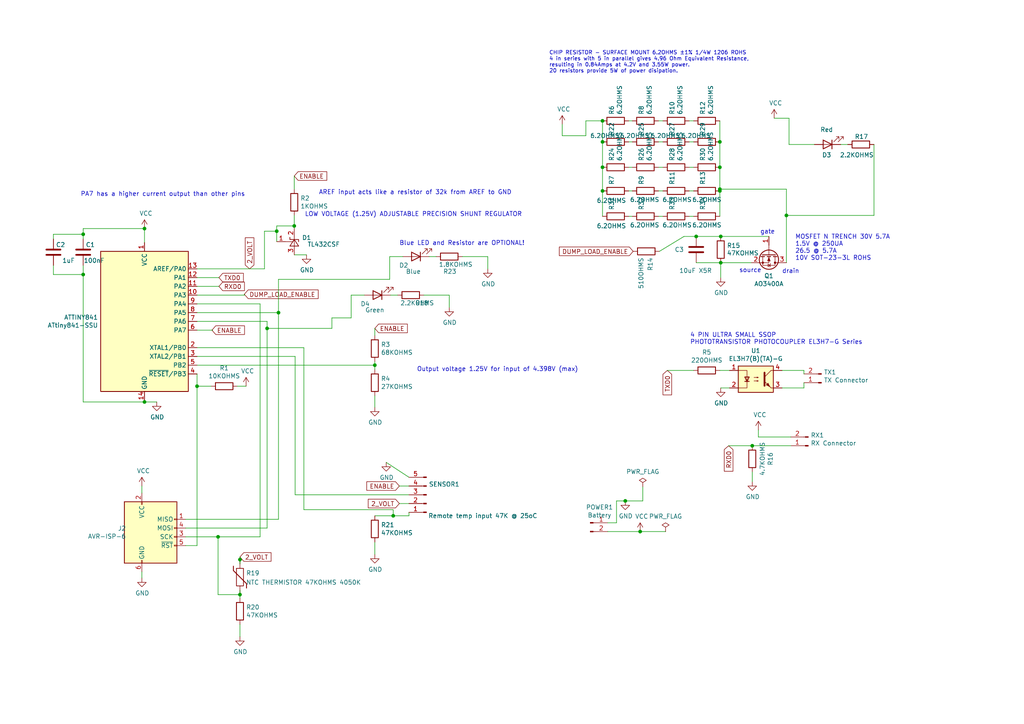
<source format=kicad_sch>
(kicad_sch (version 20211123) (generator eeschema)
  (paper "A4")
  (title_block (title "DIYBMS cell monitoring module") (date "2020-01-25") (rev "4.2") (company "Stuart Pittaway"))
  (lib_symbols
    (symbol "Connector:AVR-ISP-6" (pin_names (offset 1.016))
      (property "Reference" "J" (at -6.35 11.43 0))
      (property "Value" "AVR-ISP-6" (at 0 11.43 0))
      (symbol "AVR-ISP-6_0_1"
        (rectangle (start -2.667 -6.858) (end -2.413 -7.62))
        (rectangle (start -2.667 10.16) (end -2.413 9.398))
        (rectangle (start 7.62 -2.413) (end 6.858 -2.667))
        (rectangle (start 7.62 0.127) (end 6.858 -0.127))
        (rectangle (start 7.62 2.667) (end 6.858 2.413))
        (rectangle (start 7.62 5.207) (end 6.858 4.953))
        (rectangle (start 7.62 10.16) (end -7.62 -7.62) (stroke (width 0.254)) (fill (type background)))
      )
      (symbol "AVR-ISP-6_1_1"
        (pin passive line (at 10.16 5.08 180) (length 2.54) (name "MISO") (number "1"))
        (pin passive line (at -2.54 12.7 270) (length 2.54) (name "VCC") (number "2"))
        (pin passive line (at 10.16 0 180) (length 2.54) (name "SCK") (number "3"))
        (pin passive line (at 10.16 2.54 180) (length 2.54) (name "MOSI") (number "4"))
        (pin passive line (at 10.16 -2.54 180) (length 2.54) (name "~{RST}") (number "5"))
        (pin passive line (at -2.54 -10.16 90) (length 2.54) (name "GND") (number "6"))
      )
    )
    (symbol "Connector:Conn_01x02_Male" (pin_names (offset 1.016) hide)
      (property "Reference" "J" (at 0 2.54 0))
      (property "Value" "Conn_01x02_Male" (at 0 -5.08 0))
      (symbol "Conn_01x02_Male_1_1"
        (polyline (pts (xy 1.27 -2.54) (xy 0.8636 -2.54)) (stroke (width 0.1524)))
        (polyline (pts (xy 1.27 0) (xy 0.8636 0)) (stroke (width 0.1524)))
        (rectangle (start 0.8636 -2.413) (end 0 -2.667) (stroke (width 0.1524)) (fill (type outline)))
        (rectangle (start 0.8636 0.127) (end 0 -0.127) (stroke (width 0.1524)) (fill (type outline)))
        (pin passive line (at 5.08 0 180) (length 3.81) (name "Pin_1") (number "1"))
        (pin passive line (at 5.08 -2.54 180) (length 3.81) (name "Pin_2") (number "2"))
      )
    )
    (symbol "Connector:Conn_01x05_Male" (pin_names (offset 1.016) hide)
      (property "Reference" "J" (at 0 7.62 0))
      (property "Value" "Conn_01x05_Male" (at 0 -7.62 0))
      (symbol "Conn_01x05_Male_1_1"
        (polyline (pts (xy 1.27 -5.08) (xy 0.8636 -5.08)) (stroke (width 0.1524)))
        (polyline (pts (xy 1.27 -2.54) (xy 0.8636 -2.54)) (stroke (width 0.1524)))
        (polyline (pts (xy 1.27 0) (xy 0.8636 0)) (stroke (width 0.1524)))
        (polyline (pts (xy 1.27 2.54) (xy 0.8636 2.54)) (stroke (width 0.1524)))
        (polyline (pts (xy 1.27 5.08) (xy 0.8636 5.08)) (stroke (width 0.1524)))
        (rectangle (start 0.8636 -4.953) (end 0 -5.207) (stroke (width 0.1524)) (fill (type outline)))
        (rectangle (start 0.8636 -2.413) (end 0 -2.667) (stroke (width 0.1524)) (fill (type outline)))
        (rectangle (start 0.8636 0.127) (end 0 -0.127) (stroke (width 0.1524)) (fill (type outline)))
        (rectangle (start 0.8636 2.667) (end 0 2.413) (stroke (width 0.1524)) (fill (type outline)))
        (rectangle (start 0.8636 5.207) (end 0 4.953) (stroke (width 0.1524)) (fill (type outline)))
        (pin passive line (at 5.08 5.08 180) (length 3.81) (name "Pin_1") (number "1"))
        (pin passive line (at 5.08 2.54 180) (length 3.81) (name "Pin_2") (number "2"))
        (pin passive line (at 5.08 0 180) (length 3.81) (name "Pin_3") (number "3"))
        (pin passive line (at 5.08 -2.54 180) (length 3.81) (name "Pin_4") (number "4"))
        (pin passive line (at 5.08 -5.08 180) (length 3.81) (name "Pin_5") (number "5"))
      )
    )
    (symbol "Device:C" (pin_numbers hide) (pin_names (offset 0.254))
      (property "Reference" "C" (at 0.635 2.54 0))
      (property "Value" "C" (at 0.635 -2.54 0))
      (symbol "C_0_1"
        (polyline (pts (xy -2.032 -0.762) (xy 2.032 -0.762)) (stroke (width 0.508)))
        (polyline (pts (xy -2.032 0.762) (xy 2.032 0.762)) (stroke (width 0.508)))
      )
      (symbol "C_1_1"
        (pin passive line (at 0 3.81 270) (length 2.794) (name "~") (number "1"))
        (pin passive line (at 0 -3.81 90) (length 2.794) (name "~") (number "2"))
      )
    )
    (symbol "Device:LED" (pin_numbers hide) (pin_names (offset 1.016) hide)
      (property "Reference" "D" (at 0 2.54 0))
      (property "Value" "LED" (at 0 -2.54 0))
      (symbol "LED_0_1"
        (polyline (pts (xy -1.27 -1.27) (xy -1.27 1.27)) (stroke (width 0.254)))
        (polyline (pts (xy -1.27 0) (xy 1.27 0)))
        (polyline (pts (xy 1.27 -1.27) (xy 1.27 1.27) (xy -1.27 0) (xy 1.27 -1.27)) (stroke (width 0.254)))
        (polyline (pts (xy -3.048 -0.762) (xy -4.572 -2.286) (xy -3.81 -2.286) (xy -4.572 -2.286) (xy -4.572 -1.524)))
        (polyline (pts (xy -1.778 -0.762) (xy -3.302 -2.286) (xy -2.54 -2.286) (xy -3.302 -2.286) (xy -3.302 -1.524)))
      )
      (symbol "LED_1_1"
        (pin passive line (at -3.81 0 0) (length 2.54) (name "K") (number "1"))
        (pin passive line (at 3.81 0 180) (length 2.54) (name "A") (number "2"))
      )
    )
    (symbol "Device:Q_NMOS_GSD" (pin_names (offset 0) hide)
      (property "Reference" "Q" (at 5.08 1.27 0))
      (property "Value" "Q_NMOS_GSD" (at 5.08 -1.27 0))
      (symbol "Q_NMOS_GSD_0_1"
        (polyline (pts (xy 0.254 0) (xy -2.54 0)))
        (polyline (pts (xy 0.254 1.905) (xy 0.254 -1.905)) (stroke (width 0.254)))
        (polyline (pts (xy 0.762 -1.27) (xy 0.762 -2.286)) (stroke (width 0.254)))
        (polyline (pts (xy 0.762 0.508) (xy 0.762 -0.508)) (stroke (width 0.254)))
        (polyline (pts (xy 0.762 2.286) (xy 0.762 1.27)) (stroke (width 0.254)))
        (polyline (pts (xy 2.54 2.54) (xy 2.54 1.778)))
        (polyline (pts (xy 2.54 -2.54) (xy 2.54 0) (xy 0.762 0)))
        (polyline (pts (xy 0.762 -1.778) (xy 3.302 -1.778) (xy 3.302 1.778) (xy 0.762 1.778)))
        (polyline (pts (xy 1.016 0) (xy 2.032 0.381) (xy 2.032 -0.381) (xy 1.016 0)) (fill (type outline)))
        (polyline (pts (xy 2.794 0.508) (xy 2.921 0.381) (xy 3.683 0.381) (xy 3.81 0.254)))
        (polyline (pts (xy 3.302 0.381) (xy 2.921 -0.254) (xy 3.683 -0.254) (xy 3.302 0.381)))
        (circle (center 1.651 0) (radius 2.794) (stroke (width 0.254)))
        (circle (center 2.54 -1.778) (radius 0.254) (fill (type outline)))
        (circle (center 2.54 1.778) (radius 0.254) (fill (type outline)))
      )
      (symbol "Q_NMOS_GSD_1_1"
        (pin input line (at -5.08 0 0) (length 2.54) (name "G") (number "1"))
        (pin passive line (at 2.54 -5.08 90) (length 2.54) (name "S") (number "2"))
        (pin passive line (at 2.54 5.08 270) (length 2.54) (name "D") (number "3"))
      )
    )
    (symbol "Device:R" (pin_numbers hide) (pin_names (offset 0))
      (property "Reference" "R" (at 2.032 0 90))
      (property "Value" "R" (at 0 0 90))
      (symbol "R_0_1"
        (rectangle (start -1.016 -2.54) (end 1.016 2.54) (stroke (width 0.254)))
      )
      (symbol "R_1_1"
        (pin passive line (at 0 3.81 270) (length 1.27) (name "~") (number "1"))
        (pin passive line (at 0 -3.81 90) (length 1.27) (name "~") (number "2"))
      )
    )
    (symbol "Device:Thermistor" (pin_numbers hide) (pin_names (offset 0))
      (property "Reference" "TH" (at 2.54 1.27 90))
      (property "Value" "Thermistor" (at -2.54 0 90))
      (symbol "Thermistor_0_1"
        (rectangle (start -1.016 2.54) (end 1.016 -2.54) (stroke (width 0.2032)))
        (polyline (pts (xy -1.905 3.175) (xy -1.905 1.905) (xy 1.905 -1.905) (xy 1.905 -3.175) (xy 1.905 -3.175)) (stroke (width 0.254)))
      )
      (symbol "Thermistor_1_1"
        (pin passive line (at 0 5.08 270) (length 2.54) (name "~") (number "1"))
        (pin passive line (at 0 -5.08 90) (length 2.54) (name "~") (number "2"))
      )
    )
    (symbol "Isolator:PC817" (pin_names (offset 1.016))
      (property "Reference" "U" (at -5.08 5.08 0))
      (property "Value" "PC817" (at 0 5.08 0))
      (symbol "PC817_0_1"
        (rectangle (start -5.08 3.81) (end 5.08 -3.81) (stroke (width 0.254)) (fill (type background)))
        (polyline (pts (xy -3.175 -0.635) (xy -1.905 -0.635)) (stroke (width 0.254)))
        (polyline (pts (xy 2.54 0.635) (xy 4.445 2.54)))
        (polyline (pts (xy 4.445 -2.54) (xy 2.54 -0.635)) (fill (type outline)))
        (polyline (pts (xy 4.445 -2.54) (xy 5.08 -2.54)))
        (polyline (pts (xy 4.445 2.54) (xy 5.08 2.54)))
        (polyline (pts (xy -5.08 2.54) (xy -2.54 2.54) (xy -2.54 -0.635)))
        (polyline (pts (xy -2.54 -0.635) (xy -2.54 -2.54) (xy -5.08 -2.54)))
        (polyline (pts (xy 2.54 1.905) (xy 2.54 -1.905) (xy 2.54 -1.905)) (stroke (width 0.508)))
        (polyline (pts (xy -2.54 -0.635) (xy -3.175 0.635) (xy -1.905 0.635) (xy -2.54 -0.635)) (stroke (width 0.254)))
        (polyline (pts (xy -0.508 -0.508) (xy 0.762 -0.508) (xy 0.381 -0.635) (xy 0.381 -0.381) (xy 0.762 -0.508)))
        (polyline (pts (xy -0.508 0.508) (xy 0.762 0.508) (xy 0.381 0.381) (xy 0.381 0.635) (xy 0.762 0.508)))
        (polyline (pts (xy 3.048 -1.651) (xy 3.556 -1.143) (xy 4.064 -2.159) (xy 3.048 -1.651) (xy 3.048 -1.651)) (fill (type outline)))
      )
      (symbol "PC817_1_1"
        (pin passive line (at -7.62 2.54 0) (length 2.54) (name "~") (number "1"))
        (pin passive line (at -7.62 -2.54 0) (length 2.54) (name "~") (number "2"))
        (pin passive line (at 7.62 -2.54 180) (length 2.54) (name "~") (number "3"))
        (pin passive line (at 7.62 2.54 180) (length 2.54) (name "~") (number "4"))
      )
    )
    (symbol "Reference_Voltage:LM385Z-ADJ" (pin_names (offset 0.0254) hide)
      (property "Reference" "U" (at 1.905 3.81 0))
      (property "Value" "LM385Z-ADJ" (at 0 -3.175 0))
      (symbol "LM385Z-ADJ_0_1"
        (polyline (pts (xy 0 2.54) (xy 0 0.381)))
        (polyline (pts (xy -1.27 0) (xy 0 0) (xy 1.27 0)))
        (polyline (pts (xy -1.27 -1.27) (xy 0.635 0) (xy -1.27 1.27) (xy -1.27 -1.27)) (stroke (width 0.2032)))
        (polyline (pts (xy 0 -1.27) (xy 0.635 -1.27) (xy 0.635 1.27) (xy 1.27 1.27)) (stroke (width 0.2032)))
      )
      (symbol "LM385Z-ADJ_1_1"
        (pin input line (at 0 5.08 270) (length 2.54) (name "FB") (number "1"))
        (pin passive line (at 3.81 0 180) (length 2.54) (name "K") (number "2"))
        (pin passive line (at -3.81 0 0) (length 2.54) (name "A") (number "3"))
      )
    )
    (symbol "diybms:ATtiny841-SSU-MCU_Microchip_ATtiny"
      (property "Reference" "U" (at -12.7 21.59 0))
      (property "Value" "ATtiny841-SSU-MCU_Microchip_ATtiny" (at 2.54 -21.59 0))
      (symbol "ATtiny841-SSU-MCU_Microchip_ATtiny_0_1"
        (rectangle (start -12.7 -20.32) (end 12.7 20.32) (stroke (width 0.254)) (fill (type background)))
      )
      (symbol "ATtiny841-SSU-MCU_Microchip_ATtiny_1_1"
        (pin power_in line (at 0 22.86 270) (length 2.54) (name "VCC") (number "1"))
        (pin bidirectional line (at 15.24 7.62 180) (length 2.54) (name "PA3") (number "10"))
        (pin bidirectional line (at 15.24 10.16 180) (length 2.54) (name "PA2") (number "11"))
        (pin bidirectional line (at 15.24 12.7 180) (length 2.54) (name "PA1") (number "12"))
        (pin bidirectional line (at 15.24 15.24 180) (length 2.54) (name "AREF/PA0") (number "13"))
        (pin power_in line (at 0 -22.86 90) (length 2.54) (name "GND") (number "14"))
        (pin bidirectional line (at 15.24 -7.62 180) (length 2.54) (name "XTAL1/PB0") (number "2"))
        (pin bidirectional line (at 15.24 -10.16 180) (length 2.54) (name "XTAL2/PB1") (number "3"))
        (pin bidirectional line (at 15.24 -15.24 180) (length 2.54) (name "~{RESET}/PB3") (number "4"))
        (pin bidirectional line (at 15.24 -12.7 180) (length 2.54) (name "PB2") (number "5"))
        (pin bidirectional line (at 15.24 -2.54 180) (length 2.54) (name "PA7") (number "6"))
        (pin bidirectional line (at 15.24 0 180) (length 2.54) (name "PA6") (number "7"))
        (pin bidirectional line (at 15.24 2.54 180) (length 2.54) (name "PA5") (number "8"))
        (pin bidirectional line (at 15.24 5.08 180) (length 2.54) (name "PA4") (number "9"))
      )
    )
    (symbol "power:GND" (power) (pin_names (offset 0))
      (property "Value" "GND" (at 0 -3.81 0))
      (symbol "GND_0_1"
        (polyline (pts (xy 0 0) (xy 0 -1.27) (xy 1.27 -1.27) (xy 0 -2.54) (xy -1.27 -1.27) (xy 0 -1.27)))
      )
      (symbol "GND_1_1"
        (pin power_in line (at 0 0 270) (length 0) hide (name "GND") (number "1"))
      )
    )
    (symbol "power:PWR_FLAG" (power) (pin_numbers hide) (pin_names (offset 0) hide)
      (property "Value" "PWR_FLAG" (at 0 3.81 0))
      (symbol "PWR_FLAG_0_0"
        (pin power_out line (at 0 0 90) (length 0) (name "pwr") (number "1"))
      )
      (symbol "PWR_FLAG_0_1"
        (polyline (pts (xy 0 0) (xy 0 1.27) (xy -1.016 1.905) (xy 0 2.54) (xy 1.016 1.905) (xy 0 1.27)))
      )
    )
    (symbol "power:VCC" (power) (pin_names (offset 0))
      (property "Value" "VCC" (at 0 3.81 0))
      (symbol "VCC_0_1"
        (polyline (pts (xy -0.762 1.27) (xy 0 2.54)))
        (polyline (pts (xy 0 0) (xy 0 2.54)))
        (polyline (pts (xy 0 2.54) (xy 0.762 1.27)))
      )
      (symbol "VCC_1_1"
        (pin power_in line (at 0 0 90) (length 0) hide (name "VCC") (number "1"))
      )
    )
  )
  (junction (at 181.356 145.288))
  (junction (at 80.264 67.056))
  (junction (at 174.752 41.148))
  (junction (at 24.13 79.629))
  (junction (at 77.47 95.25))
  (junction (at 218.186 129.286))
  (junction (at 208.788 48.514))
  (junction (at 69.596 172.466))
  (junction (at 228.092 62.484))
  (junction (at 41.91 116.586))
  (junction (at 80.772 90.678))
  (junction (at 24.13 67.945))
  (junction (at 209.042 76.2))
  (junction (at 85.344 65.532))
  (junction (at 69.596 162.306))
  (junction (at 201.93 68.58))
  (junction (at 174.752 48.514))
  (junction (at 57.15 112.014))
  (junction (at 208.788 55.372))
  (junction (at 209.042 68.58))
  (junction (at 41.91 66.294))
  (junction (at 63.246 155.702))
  (junction (at 208.788 41.148))
  (junction (at 108.712 105.918))
  (junction (at 114.046 149.606))
  (junction (at 208.788 54.864))
  (junction (at 185.674 154.178))
  (junction (at 174.752 55.372))
  (junction (at 174.752 35.052))
  (wire (pts (xy 182.372 62.738) (xy 183.388 62.738)))
  (wire (pts (xy 218.186 136.906) (xy 218.186 139.7)))
  (wire (pts (xy 96.266 92.202) (xy 101.854 92.202)))
  (wire (pts (xy 199.898 48.514) (xy 201.168 48.514)))
  (wire (pts (xy 208.788 55.372) (xy 208.788 62.738)))
  (wire (pts (xy 76.708 67.056) (xy 76.708 77.978)))
  (wire (pts (xy 57.15 90.678) (xy 80.772 90.678)))
  (wire (pts (xy 178.816 145.288) (xy 181.356 145.288)))
  (wire (pts (xy 124.46 74.422) (xy 126.492 74.422)))
  (wire (pts (xy 77.47 93.218) (xy 57.15 93.218)))
  (wire (pts (xy 101.854 85.598) (xy 105.664 85.598)))
  (wire (pts (xy 201.93 76.2) (xy 209.042 76.2)))
  (wire (pts (xy 169.926 35.052) (xy 174.752 35.052)))
  (wire (pts (xy 114.046 149.606) (xy 118.618 149.606)))
  (wire (pts (xy 181.356 145.288) (xy 186.436 145.288)))
  (wire (pts (xy 24.13 79.629) (xy 15.494 79.629)))
  (wire (pts (xy 57.15 103.378) (xy 85.598 103.378)))
  (wire (pts (xy 243.84 41.91) (xy 245.872 41.91)))
  (wire (pts (xy 77.47 153.162) (xy 77.47 95.25)))
  (wire (pts (xy 211.328 129.286) (xy 218.186 129.286)))
  (wire (pts (xy 101.854 92.202) (xy 101.854 85.598)))
  (wire (pts (xy 15.494 69.342) (xy 15.494 67.945)))
  (wire (pts (xy 85.598 103.378) (xy 85.598 143.51)))
  (wire (pts (xy 108.712 97.282) (xy 108.712 95.25)))
  (wire (pts (xy 80.264 70.104) (xy 80.264 67.056)))
  (wire (pts (xy 253.492 62.484) (xy 228.092 62.484)))
  (wire (pts (xy 63.246 172.466) (xy 63.246 155.702)))
  (wire (pts (xy 41.148 143.002) (xy 41.148 140.97)))
  (wire (pts (xy 223.012 68.58) (xy 209.042 68.58)))
  (wire (pts (xy 185.674 154.178) (xy 193.04 154.178)))
  (wire (pts (xy 108.712 149.606) (xy 114.046 149.606)))
  (wire (pts (xy 57.15 105.918) (xy 108.712 105.918)))
  (wire (pts (xy 80.772 81.026) (xy 80.772 90.678)))
  (wire (pts (xy 57.15 108.458) (xy 57.15 112.014)))
  (wire (pts (xy 108.712 107.188) (xy 108.712 105.918)))
  (wire (pts (xy 75.438 155.702) (xy 63.246 155.702)))
  (wire (pts (xy 218.186 129.286) (xy 229.362 129.286)))
  (wire (pts (xy 63.246 155.702) (xy 53.848 155.702)))
  (wire (pts (xy 191.008 41.148) (xy 192.278 41.148)))
  (wire (pts (xy 208.788 41.148) (xy 208.788 48.514)))
  (wire (pts (xy 53.848 158.242) (xy 57.15 158.242)))
  (wire (pts (xy 191.008 48.514) (xy 192.278 48.514)))
  (wire (pts (xy 80.264 65.532) (xy 85.344 65.532)))
  (wire (pts (xy 224.536 34.29) (xy 228.854 34.29)))
  (wire (pts (xy 85.344 51.054) (xy 85.344 54.864)))
  (wire (pts (xy 118.618 140.97) (xy 115.824 140.97)))
  (wire (pts (xy 201.168 107.442) (xy 193.548 107.442)))
  (wire (pts (xy 69.596 163.576) (xy 69.596 162.306)))
  (wire (pts (xy 209.042 76.2) (xy 209.042 80.518)))
  (wire (pts (xy 41.91 66.294) (xy 41.91 70.358)))
  (wire (pts (xy 118.618 146.05) (xy 115.824 146.05)))
  (wire (pts (xy 45.466 116.586) (xy 41.91 116.586)))
  (wire (pts (xy 24.13 67.945) (xy 24.13 69.342)))
  (wire (pts (xy 233.172 107.442) (xy 233.172 108.458)))
  (wire (pts (xy 68.834 112.014) (xy 71.374 112.014)))
  (wire (pts (xy 69.596 171.196) (xy 69.596 172.466)))
  (wire (pts (xy 85.344 73.914) (xy 88.9 73.914)))
  (wire (pts (xy 219.964 126.746) (xy 229.362 126.746)))
  (wire (pts (xy 88.138 100.838) (xy 88.138 147.828)))
  (wire (pts (xy 69.596 172.466) (xy 63.246 172.466)))
  (wire (pts (xy 57.15 95.758) (xy 61.722 95.758)))
  (wire (pts (xy 228.092 62.484) (xy 228.092 76.2)))
  (wire (pts (xy 41.91 66.294) (xy 24.13 66.294)))
  (wire (pts (xy 108.712 118.11) (xy 108.712 114.808)))
  (wire (pts (xy 57.15 88.138) (xy 75.438 88.138)))
  (wire (pts (xy 228.854 41.91) (xy 236.22 41.91)))
  (wire (pts (xy 118.618 138.43) (xy 112.014 134.112)))
  (wire (pts (xy 226.822 107.442) (xy 233.172 107.442)))
  (wire (pts (xy 208.788 35.052) (xy 208.788 41.148)))
  (wire (pts (xy 118.618 149.606) (xy 118.618 148.59)))
  (wire (pts (xy 114.046 147.828) (xy 114.046 149.606)))
  (wire (pts (xy 61.214 112.014) (xy 57.15 112.014)))
  (wire (pts (xy 57.15 83.058) (xy 63.5 83.058)))
  (wire (pts (xy 169.926 39.37) (xy 169.926 35.052)))
  (wire (pts (xy 80.772 150.622) (xy 53.848 150.622)))
  (wire (pts (xy 80.772 90.678) (xy 80.772 150.622)))
  (wire (pts (xy 163.068 39.37) (xy 169.926 39.37)))
  (wire (pts (xy 163.068 36.068) (xy 163.068 39.37)))
  (wire (pts (xy 15.494 67.945) (xy 24.13 67.945)))
  (wire (pts (xy 69.596 162.306) (xy 69.596 161.544)))
  (wire (pts (xy 24.13 116.586) (xy 41.91 116.586)))
  (wire (pts (xy 201.93 68.58) (xy 198.374 68.58)))
  (wire (pts (xy 209.042 68.58) (xy 201.93 68.58)))
  (wire (pts (xy 77.47 95.25) (xy 96.266 95.25)))
  (wire (pts (xy 75.438 88.138) (xy 75.438 155.702)))
  (wire (pts (xy 24.13 79.629) (xy 24.13 116.586)))
  (wire (pts (xy 199.898 41.148) (xy 201.168 41.148)))
  (wire (pts (xy 191.008 35.052) (xy 192.278 35.052)))
  (wire (pts (xy 199.898 55.372) (xy 201.168 55.372)))
  (wire (pts (xy 96.266 95.25) (xy 96.266 92.202)))
  (wire (pts (xy 182.372 48.514) (xy 183.388 48.514)))
  (wire (pts (xy 182.372 41.148) (xy 183.388 41.148)))
  (wire (pts (xy 70.866 85.598) (xy 57.15 85.598)))
  (wire (pts (xy 57.15 112.014) (xy 57.15 158.242)))
  (wire (pts (xy 176.276 154.178) (xy 185.674 154.178)))
  (wire (pts (xy 174.752 41.148) (xy 174.752 35.052)))
  (wire (pts (xy 85.344 65.532) (xy 85.344 62.484)))
  (wire (pts (xy 122.936 85.598) (xy 130.302 85.598)))
  (wire (pts (xy 77.47 95.25) (xy 77.47 93.218)))
  (wire (pts (xy 233.172 112.522) (xy 233.172 110.998)))
  (wire (pts (xy 69.596 184.658) (xy 69.596 181.102)))
  (wire (pts (xy 208.788 107.442) (xy 211.582 107.442)))
  (wire (pts (xy 182.372 35.052) (xy 183.388 35.052)))
  (wire (pts (xy 217.932 76.2) (xy 209.042 76.2)))
  (wire (pts (xy 57.15 77.978) (xy 76.708 77.978)))
  (wire (pts (xy 108.712 105.918) (xy 108.712 104.902)))
  (wire (pts (xy 53.848 153.162) (xy 77.47 153.162)))
  (wire (pts (xy 80.264 67.056) (xy 80.264 65.532)))
  (wire (pts (xy 209.042 112.522) (xy 211.582 112.522)))
  (wire (pts (xy 69.596 172.466) (xy 69.596 173.482)))
  (wire (pts (xy 174.752 55.372) (xy 174.752 48.514)))
  (wire (pts (xy 41.91 116.078) (xy 41.91 116.586)))
  (wire (pts (xy 191.008 62.738) (xy 192.278 62.738)))
  (wire (pts (xy 88.138 147.828) (xy 114.046 147.828)))
  (wire (pts (xy 113.03 81.026) (xy 80.772 81.026)))
  (wire (pts (xy 70.866 85.344) (xy 70.866 85.598)))
  (wire (pts (xy 113.03 74.422) (xy 116.84 74.422)))
  (wire (pts (xy 176.276 151.638) (xy 178.816 151.638)))
  (wire (pts (xy 208.788 48.514) (xy 208.788 54.864)))
  (wire (pts (xy 41.148 165.862) (xy 41.148 167.64)))
  (wire (pts (xy 228.092 54.864) (xy 228.092 62.484)))
  (wire (pts (xy 178.816 145.288) (xy 178.816 151.638)))
  (wire (pts (xy 208.788 54.864) (xy 208.788 55.372)))
  (wire (pts (xy 80.264 67.056) (xy 76.708 67.056)))
  (wire (pts (xy 226.822 112.522) (xy 233.172 112.522)))
  (wire (pts (xy 85.598 143.51) (xy 118.618 143.51)))
  (wire (pts (xy 24.13 76.962) (xy 24.13 79.629)))
  (wire (pts (xy 199.898 62.738) (xy 201.168 62.738)))
  (wire (pts (xy 141.478 74.422) (xy 141.478 77.978)))
  (wire (pts (xy 57.15 100.838) (xy 88.138 100.838)))
  (wire (pts (xy 174.752 55.372) (xy 174.752 62.738)))
  (wire (pts (xy 85.344 66.294) (xy 85.344 65.532)))
  (wire (pts (xy 130.302 85.598) (xy 130.302 89.154)))
  (wire (pts (xy 198.374 68.58) (xy 191.262 72.898)))
  (wire (pts (xy 113.284 85.598) (xy 115.316 85.598)))
  (wire (pts (xy 134.112 74.422) (xy 141.478 74.422)))
  (wire (pts (xy 228.854 41.91) (xy 228.854 34.29)))
  (wire (pts (xy 108.712 160.782) (xy 108.712 157.226)))
  (wire (pts (xy 186.436 145.288) (xy 186.436 141.224)))
  (wire (pts (xy 199.898 35.052) (xy 201.168 35.052)))
  (wire (pts (xy 253.492 62.484) (xy 253.492 41.91)))
  (wire (pts (xy 24.13 66.294) (xy 24.13 67.945)))
  (wire (pts (xy 174.752 48.514) (xy 174.752 41.148)))
  (wire (pts (xy 57.15 80.518) (xy 63.5 80.518)))
  (wire (pts (xy 113.03 81.026) (xy 113.03 74.422)))
  (wire (pts (xy 174.752 35.052) (xy 175.006 35.052)))
  (wire (pts (xy 191.008 55.372) (xy 192.278 55.372)))
  (wire (pts (xy 219.964 126.746) (xy 219.964 124.714)))
  (wire (pts (xy 182.372 55.372) (xy 183.388 55.372)))
  (wire (pts (xy 15.494 79.629) (xy 15.494 76.962)))
  (wire (pts (xy 208.788 54.864) (xy 228.092 54.864)))
  (text "PA7 has a higher current output than other pins" (at 23.368 57.15 0) (effects (font (size 1.27 1.27)) (justify left bottom)))
  (text "Blue LED and Resistor are OPTIONAL!" (at 115.824 71.374 0) (effects (font (size 1.27 1.27)) (justify left bottom)))
  (text "gate" (at 220.472 68.072 0) (effects (font (size 1.27 1.27)) (justify left bottom)))
  (text "4 PIN ULTRA SMALL SSOP\nPHOTOTRANSISTOR PHOTOCOUPLER EL3H7-G Series\n" (at 200.152 100.076 0) (effects (font (size 1.27 1.27)) (justify left bottom)))
  (text "Output voltage 1.25V for input of 4.398V (max)" (at 120.904 107.95 0) (effects (font (size 1.27 1.27)) (justify left bottom)))
  (text "source" (at 214.376 79.248 0) (effects (font (size 1.27 1.27)) (justify left bottom)))
  (text "LOW VOLTAGE (1.25V) ADJUSTABLE PRECISION SHUNT REGULATOR" (at 88.392 62.992 0) (effects (font (size 1.27 1.27)) (justify left bottom)))
  (text "AREF input acts like a resistor of 32k from AREF to GND" (at 92.456 56.642 0) (effects (font (size 1.27 1.27)) (justify left bottom)))
  (text "drain" (at 226.822 79.502 0) (effects (font (size 1.27 1.27)) (justify left bottom)))
  (text "MOSFET N TRENCH 30V 5.7A \n1.5V @ 250UA \n26.5 @ 5.7A\n10V SOT-23-3L ROHS" (at 230.632 75.692 0) (effects (font (size 1.27 1.27)) (justify left bottom)))
  (text "CHIP RESISTOR - SURFACE MOUNT 6.2OHMS ±1% 1/4W 1206 ROHS\n4 in series with 5 in parallel gives 4.96 Ohm Equivalent Resistance,\nresulting in 0.84Amps at 4.2V and 3.55W power. \n20 resistors provide 5W of power disipation.\n" (at 159.258 21.336 0) (effects (font (size 1.0922 1.0922)) (justify left bottom)))
  (global_label "DUMP_LOAD_ENABLE" (shape input) (at 70.866 85.344 0) (property "Intersheet References" "${INTERSHEET_REFS}" (effects hide)))
  (global_label "2_VOLT" (shape input) (at 69.596 161.544 0) (property "Intersheet References" "${INTERSHEET_REFS}" (effects hide)))
  (global_label "2_VOLT" (shape input) (at 72.39 77.978 90) (property "Intersheet References" "${INTERSHEET_REFS}" (effects hide)))
  (global_label "TXD0" (shape input) (at 193.548 107.442 270) (property "Intersheet References" "${INTERSHEET_REFS}" (effects hide)))
  (global_label "DUMP_LOAD_ENABLE" (shape input) (at 183.642 72.898 180) (property "Intersheet References" "${INTERSHEET_REFS}" (effects hide)))
  (global_label "2_VOLT" (shape input) (at 115.824 146.05 180) (property "Intersheet References" "${INTERSHEET_REFS}" (effects hide)))
  (global_label "ENABLE" (shape input) (at 108.712 95.25 0) (property "Intersheet References" "${INTERSHEET_REFS}" (effects hide)))
  (global_label "ENABLE" (shape input) (at 61.468 95.758 0) (property "Intersheet References" "${INTERSHEET_REFS}" (effects hide)))
  (global_label "ENABLE" (shape input) (at 85.344 51.054 0) (property "Intersheet References" "${INTERSHEET_REFS}" (effects hide)))
  (global_label "RXD0" (shape input) (at 211.328 129.286 270) (property "Intersheet References" "${INTERSHEET_REFS}" (effects hide)))
  (global_label "RXD0" (shape input) (at 63.5 83.058 0) (property "Intersheet References" "${INTERSHEET_REFS}" (effects hide)))
  (global_label "ENABLE" (shape input) (at 115.824 140.97 180) (property "Intersheet References" "${INTERSHEET_REFS}" (effects hide)))
  (global_label "TXD0" (shape input) (at 63.5 80.518 0) (property "Intersheet References" "${INTERSHEET_REFS}" (effects hide)))
  (symbol (lib_id "diybms:ATtiny841-SSU-MCU_Microchip_ATtiny") (at 41.91 93.218 0) (unit 1)
    (property "Reference" "ATTINY841" (at 28.448 92.0496 0) (effects (justify right)))
    (property "Value" "ATtiny841-SSU" (at 28.448 94.361 0) (effects (justify right)))
    (property "Footprint" "Package_SO:SOIC-14_3.9x8.7mm_P1.27mm" (effects hide))
    (property "Datasheet" "http://ww1.microchip.com/downloads/en/DeviceDoc/Atmel-8495-8-bit-AVR-Microcontrollers-ATtiny441-ATtiny841_Datasheet.pdf" (effects hide))
    (property "LCSCStockCode" "C219103" (effects hide))
  )
  (symbol (lib_id "Isolator:PC817") (at 219.202 109.982 0) (unit 1)
    (property "Reference" "U1" (at 219.202 101.727 0))
    (property "Value" "EL3H7(B)(TA)-G" (at 219.202 104.0384 0))
    (property "Footprint" "Housings_SSOP:SOP-4_4.4x2.8mm_Pitch1.27mm" (effects hide))
    (property "Datasheet" "https://datasheet.lcsc.com/szlcsc/Everlight-Elec-EL3H7-B-TA-G_C32565.pdf" (effects hide))
    (property "LCSCStockCode" "C32565" (effects hide))
    (property "PartNumber" "EL3H7(B)(TA)-G" (effects hide))
  )
  (symbol (lib_id "Connector:Conn_01x02_Male") (at 238.252 110.998 180) (unit 1)
    (property "Reference" "TX1" (at 238.9378 107.95 0) (effects (justify right)))
    (property "Value" "TX Connector" (at 238.9378 110.2614 0) (effects (justify right)))
    (property "Footprint" "Connectors_JST:JST_PH_S2B-PH-K_02x2.00mm_Angled" (effects hide))
    (property "Datasheet" "https://datasheet.lcsc.com/szlcsc/JST-Sales-America-S2B-PH-K-S-LF-SN_C173752.pdf" (effects hide))
    (property "LCSCStockCode" "C173752" (effects hide))
    (property "PartNumber" "S2B-PH-K-S(LF)(SN)" (effects hide))
  )
  (symbol (lib_id "Device:R") (at 204.978 107.442 270) (unit 1)
    (property "Reference" "R5" (at 204.978 102.1842 90))
    (property "Value" "220OHMS" (at 204.978 104.4956 90))
    (property "Footprint" "Resistors_SMD:R_0603" (effects hide))
    (property "LCSCStockCode" "C22962" (effects hide))
    (property "PartNumber" "0603WAF2200T5E" (effects hide))
  )
  (symbol (lib_id "power:GND") (at 209.042 112.522 0) (unit 1)
    (property "Reference" "#PWR0109" (effects hide))
    (property "Value" "GND" (at 209.169 116.9162 0))
  )
  (symbol (lib_id "Device:R") (at 178.562 35.052 90) (unit 1)
    (property "Reference" "R6" (at 177.3936 33.274 0) (effects (justify left)))
    (property "Value" "6.2OHMS" (at 179.705 33.274 0) (effects (justify left)))
    (property "Footprint" "Resistors_SMD:R_1206" (effects hide))
    (property "LCSCStockCode" "C25344" (effects hide))
    (property "PartNumber" "1206W4F620KT5E" (effects hide))
    (property "JLCPCBRotation" "0" (effects hide))
  )
  (symbol (lib_id "Device:R") (at 187.198 35.052 90) (unit 1)
    (property "Reference" "R8" (at 186.0296 33.274 0) (effects (justify left)))
    (property "Value" "6.2OHMS" (at 188.341 33.274 0) (effects (justify left)))
    (property "Footprint" "Resistors_SMD:R_1206" (effects hide))
    (property "LCSCStockCode" "C25344" (effects hide))
    (property "PartNumber" "1206W4F620KT5E" (effects hide))
    (property "JLCPCBRotation" "0" (effects hide))
  )
  (symbol (lib_id "Device:R") (at 196.088 35.052 90) (unit 1)
    (property "Reference" "R10" (at 194.9196 33.274 0) (effects (justify left)))
    (property "Value" "6.2OHMS" (at 197.231 33.274 0) (effects (justify left)))
    (property "Footprint" "Resistors_SMD:R_1206" (effects hide))
    (property "LCSCStockCode" "C25344" (effects hide))
    (property "PartNumber" "1206W4F620KT5E" (effects hide))
    (property "JLCPCBRotation" "0" (effects hide))
  )
  (symbol (lib_id "Device:R") (at 204.978 35.052 90) (unit 1)
    (property "Reference" "R12" (at 203.8096 33.274 0) (effects (justify left)))
    (property "Value" "6.2OHMS" (at 206.121 33.274 0) (effects (justify left)))
    (property "Footprint" "Resistors_SMD:R_1206" (effects hide))
    (property "LCSCStockCode" "C25344" (effects hide))
    (property "PartNumber" "1206W4F620KT5E" (effects hide))
    (property "JLCPCBRotation" "0" (effects hide))
  )
  (symbol (lib_id "Device:R") (at 178.562 55.372 90) (unit 1)
    (property "Reference" "R7" (at 177.3936 53.594 0) (effects (justify left)))
    (property "Value" "6.2OHMS" (at 181.61 58.166 90) (effects (justify left)))
    (property "Footprint" "Resistors_SMD:R_1206" (effects hide))
    (property "LCSCStockCode" "C25344" (effects hide))
    (property "PartNumber" "1206W4F620KT5E" (effects hide))
    (property "JLCPCBRotation" "0" (effects hide))
  )
  (symbol (lib_id "Device:R") (at 187.198 55.372 90) (unit 1)
    (property "Reference" "R9" (at 186.0296 53.594 0) (effects (justify left)))
    (property "Value" "6.2OHMS" (at 191.262 57.912 90) (effects (justify left)))
    (property "Footprint" "Resistors_SMD:R_1206" (effects hide))
    (property "LCSCStockCode" "C25344" (effects hide))
    (property "PartNumber" "1206W4F620KT5E" (effects hide))
    (property "JLCPCBRotation" "0" (effects hide))
  )
  (symbol (lib_id "Device:R") (at 196.088 55.372 90) (unit 1)
    (property "Reference" "R11" (at 194.9196 53.594 0) (effects (justify left)))
    (property "Value" "6.2OHMS" (at 200.66 57.912 90) (effects (justify left)))
    (property "Footprint" "Resistors_SMD:R_1206" (effects hide))
    (property "LCSCStockCode" "C25344" (effects hide))
    (property "PartNumber" "1206W4F620KT5E" (effects hide))
    (property "JLCPCBRotation" "0" (effects hide))
  )
  (symbol (lib_id "Device:R") (at 204.978 55.372 90) (unit 1)
    (property "Reference" "R13" (at 203.8096 53.594 0) (effects (justify left)))
    (property "Value" "6.2OHMS" (at 209.296 57.912 90) (effects (justify left)))
    (property "Footprint" "Resistors_SMD:R_1206" (effects hide))
    (property "LCSCStockCode" "C25344" (effects hide))
    (property "PartNumber" "1206W4F620KT5E" (effects hide))
    (property "JLCPCBRotation" "0" (effects hide))
  )
  (symbol (lib_id "Device:Q_NMOS_GSD") (at 223.012 73.66 270) (unit 1)
    (property "Reference" "Q1" (at 223.012 80.01 90))
    (property "Value" "AO3400A" (at 223.012 82.3214 90))
    (property "Footprint" "TO_SOT_Packages_SMD:SOT-23" (effects hide))
    (property "Datasheet" "https://datasheet.lcsc.com/szlcsc/Alpha-Omega-Semicon-AOS-AO3400A_C20917.pdf" (effects hide))
    (property "LCSCStockCode" "C20917" (effects hide))
  )
  (symbol (lib_id "Device:R") (at 209.042 72.39 0) (unit 1)
    (property "Reference" "R15" (at 210.82 71.2216 0) (effects (justify left)))
    (property "Value" "47KOHMS" (at 210.82 73.406 0) (effects (justify left)))
    (property "Footprint" "Resistors_SMD:R_0603" (effects hide))
    (property "LCSCStockCode" "C25819" (effects hide))
    (property "PartNumber" "0603WAF4702T5E" (effects hide))
  )
  (symbol (lib_id "power:GND") (at 209.042 80.518 0) (unit 1)
    (property "Reference" "#PWR0110" (effects hide))
    (property "Value" "GND" (at 209.169 84.9122 0))
  )
  (symbol (lib_id "Device:Thermistor") (at 69.596 167.386 0) (unit 1)
    (property "Reference" "R19" (at 71.374 166.2176 0) (effects (justify left)))
    (property "Value" "NTC THERMISTOR 47KOHMS 4050K" (at 71.374 168.91 0) (effects (justify left)))
    (property "Footprint" "Resistors_SMD:R_0402" (effects hide))
    (property "LCSCStockCode" "C77128" (effects hide))
    (property "PartNumber" "NCP15WB473F03RC" (effects hide))
  )
  (symbol (lib_id "Device:R") (at 69.596 177.292 0) (unit 1)
    (property "Reference" "R20" (at 71.374 176.1236 0) (effects (justify left)))
    (property "Value" "47KOHMS" (at 71.374 178.435 0) (effects (justify left)))
    (property "Footprint" "Resistors_SMD:R_0603" (effects hide))
    (property "LCSCStockCode" "C25819" (effects hide))
    (property "PartNumber" "0603WAF4702T5E" (effects hide))
  )
  (symbol (lib_id "power:GND") (at 69.596 184.658 0) (unit 1)
    (property "Reference" "#PWR0115" (effects hide))
    (property "Value" "GND" (at 69.723 189.0522 0))
  )
  (symbol (lib_id "power:VCC") (at 163.068 36.068 0) (unit 1)
    (property "Reference" "#PWR0111" (effects hide))
    (property "Value" "VCC" (at 163.4998 31.6738 0))
  )
  (symbol (lib_id "Connector:Conn_01x02_Male") (at 234.442 129.286 180) (unit 1)
    (property "Reference" "RX1" (at 235.1278 126.238 0) (effects (justify right)))
    (property "Value" "RX Connector" (at 235.1278 128.5494 0) (effects (justify right)))
    (property "Footprint" "Connectors_JST:JST_PH_S2B-PH-K_02x2.00mm_Angled" (effects hide))
    (property "Datasheet" "https://datasheet.lcsc.com/szlcsc/JST-Sales-America-S2B-PH-K-S-LF-SN_C173752.pdf" (effects hide))
    (property "LCSCStockCode" "C173752" (effects hide))
    (property "PartNumber" "S2B-PH-K-S(LF)(SN)" (effects hide))
  )
  (symbol (lib_id "power:VCC") (at 219.964 124.714 0) (unit 1)
    (property "Reference" "#PWR0112" (effects hide))
    (property "Value" "VCC" (at 220.3958 120.3198 0))
  )
  (symbol (lib_id "power:GND") (at 218.186 139.7 0) (unit 1)
    (property "Reference" "#PWR0113" (effects hide))
    (property "Value" "GND" (at 218.313 144.0942 0))
  )
  (symbol (lib_id "Device:R") (at 218.186 133.096 180) (unit 1)
    (property "Reference" "R16" (at 223.4438 133.096 90))
    (property "Value" "4.7KOHMS" (at 221.1324 133.096 90))
    (property "Footprint" "Resistors_SMD:R_0603" (effects hide))
    (property "LCSCStockCode" "C23162" (effects hide))
    (property "PartNumber" "0603WAF4701T5E" (effects hide))
  )
  (symbol (lib_id "Device:R") (at 108.712 153.416 0) (unit 1)
    (property "Reference" "R21" (at 110.49 152.2476 0) (effects (justify left)))
    (property "Value" "47KOHMS" (at 110.49 154.559 0) (effects (justify left)))
    (property "Footprint" "Resistors_SMD:R_0603" (effects hide))
    (property "LCSCStockCode" "C25819" (effects hide))
    (property "PartNumber" "0603WAF4702T5E" (effects hide))
    (property "JLCPCBRotation" "0" (effects hide))
  )
  (symbol (lib_id "power:GND") (at 108.712 160.782 0) (unit 1)
    (property "Reference" "#PWR0116" (effects hide))
    (property "Value" "GND" (at 108.839 165.1762 0))
  )
  (symbol (lib_id "Connector:Conn_01x05_Male") (at 123.698 143.51 180) (unit 1)
    (property "Reference" "SENSOR1" (at 124.3838 140.462 0) (effects (justify right)))
    (property "Value" "Remote temp input 47K @ 25oC" (at 124.206 149.606 0) (effects (justify right)))
    (property "Footprint" "Pin_Headers:Pin_Header_Straight_1x05_Pitch2.54mm" (effects hide))
    (property "Datasheet" "https://lcsc.com/product-detail/Pin-Header-Female-Header_Shenzhen-Cankemeng-Headers-Pins-1-5P-2-54mm-Straight-line_C124379.html" (effects hide))
    (property "LCSCStockCode" "C492404" (effects hide))
    (property "PartNumber" "XFCN PZ254V-11-05P" (effects hide))
  )
  (symbol (lib_id "Device:LED") (at 240.03 41.91 180) (unit 1)
    (property "Reference" "D3" (at 239.776 44.958 0))
    (property "Value" "Red" (at 239.776 37.592 0))
    (property "Footprint" "LEDs:LED_0805" (effects hide))
    (property "LCSCStockCode" "C84256" (effects hide))
    (property "PartNumber" "FC-2012HRK-620D" (effects hide))
  )
  (symbol (lib_id "Device:R") (at 249.682 41.91 270) (unit 1)
    (property "Reference" "R17" (at 247.904 39.624 90) (effects (justify left)))
    (property "Value" "2.2KOHMS" (at 243.586 44.958 90) (effects (justify left)))
    (property "Footprint" "Resistors_SMD:R_0603" (effects hide))
    (property "LCSCStockCode" "C4190" (effects hide))
    (property "PartNumber" "0603WAF2201T5E" (effects hide))
  )
  (symbol (lib_id "Device:LED") (at 109.474 85.598 180) (unit 1)
    (property "Reference" "D4" (at 105.918 88.138 0))
    (property "Value" "Green" (at 108.712 89.916 0))
    (property "Footprint" "LEDs:LED_0805" (effects hide))
    (property "Datasheet" "https://datasheet.lcsc.com/szlcsc/Hubei-KENTO-Elec-Green-0805-Iv-207-249-mcd-atIF-20mA_C2297.pdf" (effects hide))
    (property "LCSCStockCode" "C2297" (effects hide))
    (property "PartNumber" "Hubei KENTO Elec Green 0805" (effects hide))
  )
  (symbol (lib_id "Device:R") (at 119.126 85.598 270) (unit 1)
    (property "Reference" "R18" (at 120.396 87.884 90) (effects (justify left)))
    (property "Value" "2.2KOHMS" (at 116.078 87.884 90) (effects (justify left)))
    (property "Footprint" "Resistors_SMD:R_0603" (effects hide))
    (property "LCSCStockCode" "C4190" (effects hide))
    (property "PartNumber" "0603WAF2201T5E" (effects hide))
    (property "JLCPCBRotation" "0" (effects hide))
  )
  (symbol (lib_id "power:GND") (at 130.302 89.154 0) (unit 1)
    (property "Reference" "#PWR0114" (effects hide))
    (property "Value" "GND" (at 130.429 93.5482 0))
  )
  (symbol (lib_id "Device:R") (at 187.452 72.898 270) (unit 1)
    (property "Reference" "R14" (at 188.6204 74.676 0) (effects (justify left)))
    (property "Value" "510OHMS" (at 185.928 74.676 0) (effects (justify left)))
    (property "Footprint" "Resistors_SMD:R_0603" (effects hide))
    (property "LCSCStockCode" "C23193" (effects hide))
    (property "PartNumber" "0603WAF5100T5E" (effects hide))
  )
  (symbol (lib_id "power:GND") (at 112.014 134.112 0) (unit 1)
    (property "Reference" "#PWR0117" (effects hide))
    (property "Value" "GND" (at 112.141 138.5062 0))
  )
  (symbol (lib_id "Device:C") (at 201.93 72.39 0) (unit 1)
    (property "Reference" "C3" (at 198.374 72.39 0) (effects (justify right)))
    (property "Value" "10uF X5R" (at 206.502 78.486 0) (effects (justify right)))
    (property "Footprint" "Capacitors_SMD:C_0603" (effects hide))
    (property "LCSCStockCode" "C19702" (effects hide))
    (property "PartNumber" "CL10A106KP8NNNC" (effects hide))
  )
  (symbol (lib_id "power:VCC") (at 224.536 34.29 0) (unit 1)
    (property "Reference" "#PWR0118" (effects hide))
    (property "Value" "VCC" (at 224.9678 29.8958 0))
  )
  (symbol (lib_id "Device:LED") (at 120.65 74.422 180) (unit 1)
    (property "Reference" "D2" (at 117.094 76.962 0))
    (property "Value" "Blue" (at 119.888 78.74 0))
    (property "Footprint" "LEDs:LED_0805" (effects hide))
    (property "LCSCStockCode" "C2293" (effects hide))
    (property "PartNumber" "HUBEI KENTO ELEC" (effects hide))
  )
  (symbol (lib_id "Device:R") (at 130.302 74.422 270) (unit 1)
    (property "Reference" "R23" (at 128.524 78.74 90) (effects (justify left)))
    (property "Value" "1.8KOHMS" (at 127.254 76.708 90) (effects (justify left)))
    (property "Footprint" "Resistors_SMD:R_0603" (effects hide))
    (property "LCSCStockCode" "C4177" (effects hide))
    (property "PartNumber" "0603WAF1801T5E" (effects hide))
    (property "JLCPCBRotation" "0" (effects hide))
  )
  (symbol (lib_id "power:GND") (at 141.478 77.978 0) (unit 1)
    (property "Reference" "#PWR02" (effects hide))
    (property "Value" "GND" (at 141.605 82.3722 0))
  )
  (symbol (lib_id "power:VCC") (at 185.674 154.178 0) (unit 1)
    (property "Reference" "#PWR0101" (effects hide))
    (property "Value" "VCC" (at 186.1058 149.7838 0))
  )
  (symbol (lib_id "power:GND") (at 181.356 145.288 0) (unit 1)
    (property "Reference" "#PWR0102" (effects hide))
    (property "Value" "GND" (at 181.483 149.6822 0))
  )
  (symbol (lib_id "power:PWR_FLAG") (at 186.436 141.224 0) (unit 1)
    (property "Reference" "#FLG0101" (effects hide))
    (property "Value" "PWR_FLAG" (at 186.436 136.8044 0))
  )
  (symbol (lib_id "power:PWR_FLAG") (at 193.04 154.178 0) (unit 1)
    (property "Reference" "#FLG0102" (effects hide))
    (property "Value" "PWR_FLAG" (at 193.04 149.7584 0))
  )
  (symbol (lib_id "Device:C") (at 24.13 73.152 0) (unit 1)
    (property "Reference" "C1" (at 27.559 70.993 0) (effects (justify right)))
    (property "Value" "100nF" (at 30.353 75.565 0) (effects (justify right)))
    (property "Footprint" "Capacitors_SMD:C_0805" (effects hide))
    (property "LCSCStockCode" "C49678" (effects hide))
    (property "PartNumber" "CC0805KRX7R9BB104" (effects hide))
  )
  (symbol (lib_id "Connector:Conn_01x02_Male") (at 171.196 151.638 0) (unit 1)
    (property "Reference" "POWER1" (at 173.8884 147.1168 0))
    (property "Value" "Battery" (at 173.8884 149.4282 0))
    (property "Footprint" "Connectors_JST:JST_PH_S2B-PH-K_02x2.00mm_Angled" (effects hide))
    (property "Datasheet" "https://datasheet.lcsc.com/szlcsc/JST-Sales-America-S2B-PH-K-S-LF-SN_C173752.pdf" (effects hide))
    (property "LCSCStockCode" "C173752" (effects hide))
    (property "PartNumber" "S2B-PH-K-S(LF)(SN)" (effects hide))
  )
  (symbol (lib_id "Device:R") (at 65.024 112.014 270) (unit 1)
    (property "Reference" "R1" (at 65.024 106.7562 90))
    (property "Value" "10KOHMS" (at 65.024 109.0676 90))
    (property "Footprint" "Resistors_SMD:R_0603" (effects hide))
    (property "LCSCStockCode" "C25804" (effects hide))
    (property "PartNumber" "0603WAF1002T5E" (effects hide))
  )
  (symbol (lib_id "power:VCC") (at 71.374 112.014 0) (unit 1)
    (property "Reference" "#PWR01" (effects hide))
    (property "Value" "VCC" (at 71.8058 107.6198 0))
  )
  (symbol (lib_id "Connector:AVR-ISP-6") (at 43.688 155.702 0) (unit 1)
    (property "Reference" "J2" (at 36.576 153.2636 0) (effects (justify right)))
    (property "Value" "AVR-ISP-6" (at 36.576 155.575 0) (effects (justify right)))
    (property "Footprint" "Pin_Headers:Pin_Header_Straight_2x03_Pitch2.54mm" (effects hide))
    (property "Datasheet" "https://lcsc.com/product-detail/Pin-Header-Female-Header_Boom-Precision-Elec-2-54mm-2-3P-Header_C65114.html" (effects hide))
    (property "LCSCStockCode" "C492420" (effects hide))
    (property "PartNumber" "PZ254V-12-6P" (effects hide))
  )
  (symbol (lib_id "power:VCC") (at 41.148 140.97 0) (unit 1)
    (property "Reference" "#PWR0103" (effects hide))
    (property "Value" "VCC" (at 41.5798 136.5758 0))
  )
  (symbol (lib_id "power:GND") (at 41.148 167.64 0) (unit 1)
    (property "Reference" "#PWR0104" (effects hide))
    (property "Value" "GND" (at 41.275 172.0342 0))
  )
  (symbol (lib_id "power:GND") (at 45.466 116.586 0) (unit 1)
    (property "Reference" "#PWR0105" (effects hide))
    (property "Value" "GND" (at 45.593 120.9802 0))
  )
  (symbol (lib_id "power:VCC") (at 41.91 66.294 0) (unit 1)
    (property "Reference" "#PWR0106" (effects hide))
    (property "Value" "VCC" (at 42.3418 61.8998 0))
  )
  (symbol (lib_id "Reference_Voltage:LM385Z-ADJ") (at 85.344 70.104 90) (unit 1)
    (property "Reference" "D1" (at 87.5792 68.9356 90) (effects (justify right)))
    (property "Value" "TL432CSF" (at 89.154 70.866 90) (effects (justify right)))
    (property "Footprint" "TO_SOT_Packages_SMD:SOT-23" (effects hide))
    (property "LCSCStockCode" "C126100" (effects hide))
    (property "PartNumber" "TL432CSF" (effects hide))
  )
  (symbol (lib_id "Device:R") (at 85.344 58.674 0) (unit 1)
    (property "Reference" "R2" (at 87.122 57.5056 0) (effects (justify left)))
    (property "Value" "1KOHMS" (at 87.122 59.817 0) (effects (justify left)))
    (property "Footprint" "Resistors_SMD:R_0603" (effects hide))
    (property "LCSCStockCode" "C21190" (effects hide))
    (property "PartNumber" "0603WAF1001T5E" (effects hide))
  )
  (symbol (lib_id "power:GND") (at 88.9 73.914 0) (unit 1)
    (property "Reference" "#PWR0107" (effects hide))
    (property "Value" "GND" (at 89.027 78.3082 0))
  )
  (symbol (lib_id "Device:R") (at 108.712 101.092 0) (unit 1)
    (property "Reference" "R3" (at 110.49 99.9236 0) (effects (justify left)))
    (property "Value" "68KOHMS" (at 110.49 102.235 0) (effects (justify left)))
    (property "Footprint" "Resistors_SMD:R_0603" (effects hide))
    (property "LCSCStockCode" "C23231" (effects hide))
    (property "PartNumber" "0603WAF6802T5E" (effects hide))
  )
  (symbol (lib_id "Device:R") (at 108.712 110.998 0) (unit 1)
    (property "Reference" "R4" (at 110.49 109.8296 0) (effects (justify left)))
    (property "Value" "27KOHMS" (at 110.49 112.141 0) (effects (justify left)))
    (property "Footprint" "Resistors_SMD:R_0603" (effects hide))
    (property "LCSCStockCode" "C22967" (effects hide))
    (property "PartNumber" "0603WAF2702T5E" (effects hide))
  )
  (symbol (lib_id "power:GND") (at 108.712 118.11 0) (unit 1)
    (property "Reference" "#PWR0108" (effects hide))
    (property "Value" "GND" (at 108.839 122.5042 0))
  )
  (symbol (lib_id "Device:R") (at 204.978 62.738 90) (unit 1)
    (property "Reference" "R34" (at 203.8096 60.96 0) (effects (justify left)))
    (property "Value" "6.2OHMS" (at 209.296 65.278 90) (effects (justify left)))
    (property "Footprint" "Resistors_SMD:R_1206" (effects hide))
    (property "LCSCStockCode" "C25344" (effects hide))
    (property "PartNumber" "1206W4F620KT5E" (effects hide))
    (property "JLCPCBRotation" "0" (effects hide))
  )
  (symbol (lib_id "Device:R") (at 196.088 62.738 90) (unit 1)
    (property "Reference" "R33" (at 194.9196 60.96 0) (effects (justify left)))
    (property "Value" "6.2OHMS" (at 200.66 65.278 90) (effects (justify left)))
    (property "Footprint" "Resistors_SMD:R_1206" (effects hide))
    (property "LCSCStockCode" "C25344" (effects hide))
    (property "PartNumber" "1206W4F620KT5E" (effects hide))
    (property "JLCPCBRotation" "0" (effects hide))
  )
  (symbol (lib_id "Device:R") (at 187.198 62.738 90) (unit 1)
    (property "Reference" "R32" (at 186.0296 60.96 0) (effects (justify left)))
    (property "Value" "6.2OHMS" (at 191.262 65.278 90) (effects (justify left)))
    (property "Footprint" "Resistors_SMD:R_1206" (effects hide))
    (property "LCSCStockCode" "C25344" (effects hide))
    (property "PartNumber" "1206W4F620KT5E" (effects hide))
    (property "JLCPCBRotation" "0" (effects hide))
  )
  (symbol (lib_id "Device:R") (at 178.562 62.738 90) (unit 1)
    (property "Reference" "R31" (at 177.3936 60.96 0) (effects (justify left)))
    (property "Value" "6.2OHMS" (at 181.61 65.532 90) (effects (justify left)))
    (property "Footprint" "Resistors_SMD:R_1206" (effects hide))
    (property "LCSCStockCode" "C25344" (effects hide))
    (property "PartNumber" "1206W4F620KT5E" (effects hide))
    (property "JLCPCBRotation" "0" (effects hide))
  )
  (symbol (lib_id "Device:R") (at 178.562 41.148 90) (unit 1)
    (property "Reference" "R22" (at 177.3936 39.37 0) (effects (justify left)))
    (property "Value" "6.2OHMS" (at 179.705 39.37 90) (effects (justify left)))
    (property "Footprint" "Resistors_SMD:R_1206" (effects hide))
    (property "LCSCStockCode" "C25344" (effects hide))
    (property "PartNumber" "1206W4F620KT5E" (effects hide))
    (property "JLCPCBRotation" "0" (effects hide))
  )
  (symbol (lib_id "Device:R") (at 187.198 41.148 90) (unit 1)
    (property "Reference" "R25" (at 186.0296 39.37 0) (effects (justify left)))
    (property "Value" "6.2OHMS" (at 188.341 39.37 90) (effects (justify left)))
    (property "Footprint" "Resistors_SMD:R_1206" (effects hide))
    (property "LCSCStockCode" "C25344" (effects hide))
    (property "PartNumber" "1206W4F620KT5E" (effects hide))
    (property "JLCPCBRotation" "0" (effects hide))
  )
  (symbol (lib_id "Device:R") (at 196.088 41.148 90) (unit 1)
    (property "Reference" "R27" (at 194.9196 39.37 0) (effects (justify left)))
    (property "Value" "6.2OHMS" (at 197.231 39.37 90) (effects (justify left)))
    (property "Footprint" "Resistors_SMD:R_1206" (effects hide))
    (property "LCSCStockCode" "C25344" (effects hide))
    (property "PartNumber" "1206W4F620KT5E" (effects hide))
    (property "JLCPCBRotation" "0" (effects hide))
  )
  (symbol (lib_id "Device:R") (at 204.978 41.148 90) (unit 1)
    (property "Reference" "R29" (at 203.8096 39.37 0) (effects (justify left)))
    (property "Value" "6.2OHMS" (at 206.121 39.37 90) (effects (justify left)))
    (property "Footprint" "Resistors_SMD:R_1206" (effects hide))
    (property "LCSCStockCode" "C25344" (effects hide))
    (property "PartNumber" "1206W4F620KT5E" (effects hide))
    (property "JLCPCBRotation" "0" (effects hide))
  )
  (symbol (lib_id "Device:R") (at 178.562 48.514 90) (unit 1)
    (property "Reference" "R24" (at 177.3936 46.736 0) (effects (justify left)))
    (property "Value" "6.2OHMS" (at 179.705 46.736 0) (effects (justify left)))
    (property "Footprint" "Resistors_SMD:R_1206" (effects hide))
    (property "LCSCStockCode" "C25344" (effects hide))
    (property "PartNumber" "1206W4F620KT5E" (effects hide))
    (property "JLCPCBRotation" "0" (effects hide))
  )
  (symbol (lib_id "Device:R") (at 187.198 48.514 90) (unit 1)
    (property "Reference" "R26" (at 186.0296 46.736 0) (effects (justify left)))
    (property "Value" "6.2OHMS" (at 188.341 46.736 0) (effects (justify left)))
    (property "Footprint" "Resistors_SMD:R_1206" (effects hide))
    (property "LCSCStockCode" "C25344" (effects hide))
    (property "PartNumber" "1206W4F620KT5E" (effects hide))
    (property "JLCPCBRotation" "0" (effects hide))
  )
  (symbol (lib_id "Device:R") (at 196.088 48.514 90) (unit 1)
    (property "Reference" "R28" (at 194.9196 46.736 0) (effects (justify left)))
    (property "Value" "6.2OHMS" (at 197.231 46.736 0) (effects (justify left)))
    (property "Footprint" "Resistors_SMD:R_1206" (effects hide))
    (property "LCSCStockCode" "C25344" (effects hide))
    (property "PartNumber" "1206W4F620KT5E" (effects hide))
    (property "JLCPCBRotation" "0" (effects hide))
  )
  (symbol (lib_id "Device:R") (at 204.978 48.514 90) (unit 1)
    (property "Reference" "R30" (at 203.8096 46.736 0) (effects (justify left)))
    (property "Value" "6.2OHMS" (at 206.121 46.736 0) (effects (justify left)))
    (property "Footprint" "Resistors_SMD:R_1206" (effects hide))
    (property "LCSCStockCode" "C25344" (effects hide))
    (property "PartNumber" "1206W4F620KT5E" (effects hide))
    (property "JLCPCBRotation" "0" (effects hide))
  )
  (symbol (lib_id "Device:C") (at 15.494 73.152 0) (unit 1)
    (property "Reference" "C2" (at 18.923 70.993 0) (effects (justify right)))
    (property "Value" "1uF" (at 21.717 75.565 0) (effects (justify right)))
    (property "Footprint" "Capacitors_SMD:C_0805" (effects hide))
    (property "LCSCStockCode" "C28323" (effects hide))
    (property "PartNumber" "CL21B105KBFNNNE" (effects hide))
  )
)
</source>
